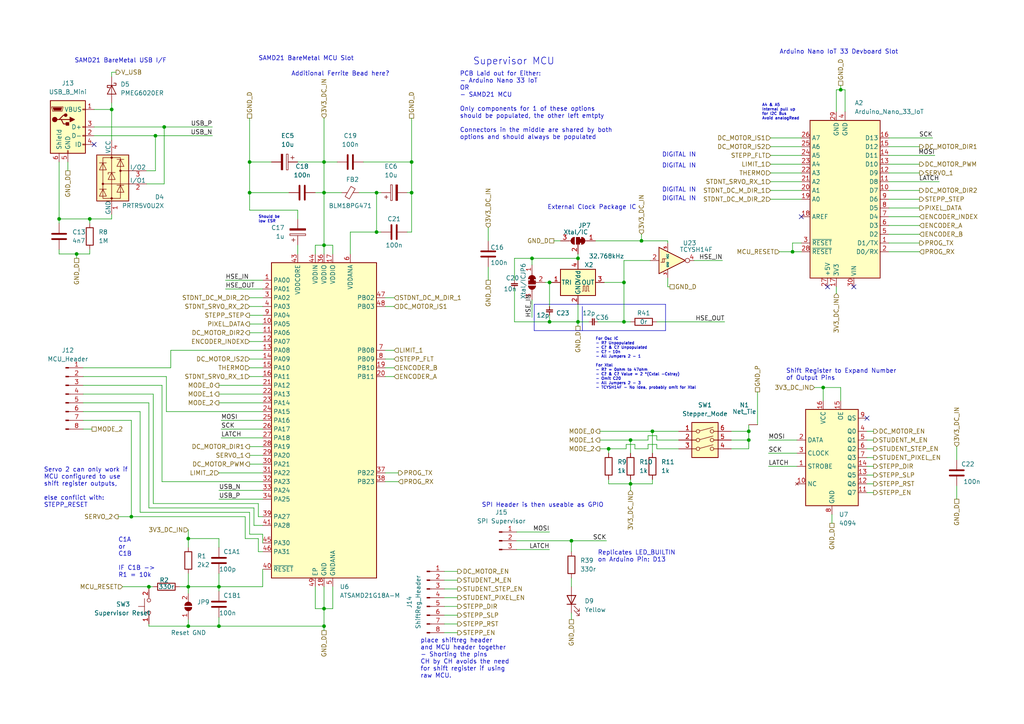
<source format=kicad_sch>
(kicad_sch (version 20230121) (generator eeschema)
  (paper "A4")
  (junction (at 72.39 46.99))
  (junction (at 54.61 156.21))
  (junction (at 63.5 181.61))
  (junction (at 26.035 63.5))
  (junction (at 54.61 170.18))
  (junction (at 159.385 81.915))
  (junction (at 119.38 46.99))
  (junction (at 93.98 55.88))
  (junction (at 93.98 46.99))
  (junction (at 63.5 170.18))
  (junction (at 154.305 74.93))
  (junction (at 165.735 156.845))
  (junction (at 38.1 149.86))
  (junction (at 45.085 39.37))
  (junction (at 119.38 55.88))
  (junction (at 176.53 130.175))
  (junction (at 93.98 181.61))
  (junction (at 217.17 125.095))
  (junction (at 238.76 112.395))
  (junction (at 72.39 55.88))
  (junction (at 186.055 69.85))
  (junction (at 109.22 67.31))
  (junction (at 43.18 170.18))
  (junction (at 243.84 26.035))
  (junction (at 167.64 74.93))
  (junction (at 182.88 140.335))
  (junction (at 229.87 73.025))
  (junction (at 54.61 181.61))
  (junction (at 182.88 127.635))
  (junction (at 167.64 93.345))
  (junction (at 189.23 125.095))
  (junction (at 93.98 71.12))
  (junction (at 22.225 73.66))
  (junction (at 180.975 81.915))
  (junction (at 159.385 93.345))
  (junction (at 32.385 31.75))
  (junction (at 180.975 93.345))
  (junction (at 217.17 127.635))
  (junction (at 109.22 55.88))
  (junction (at 93.98 176.53))
  (junction (at 17.145 63.5))
  (junction (at 47.625 36.83))
  (no_connect (at 247.65 83.185))
  (no_connect (at 240.03 83.185))
  (no_connect (at 232.41 62.865))
  (no_connect (at 27.305 41.91))
  (no_connect (at 251.46 121.285))
  (wire (pts (xy 93.98 181.61) (xy 93.98 182.88)))
  (wire (pts (xy 149.225 83.82) (xy 149.225 93.345)))
  (wire (pts (xy 245.11 32.385) (xy 245.11 26.035)))
  (wire (pts (xy 72.39 60.96) (xy 72.39 55.88)))
  (wire (pts (xy 45.085 49.53) (xy 45.085 39.37)))
  (wire (pts (xy 93.98 55.88) (xy 93.98 71.12)))
  (wire (pts (xy 128.905 175.895) (xy 132.715 175.895)))
  (wire (pts (xy 47.625 53.34) (xy 47.625 36.83)))
  (wire (pts (xy 245.11 26.035) (xy 243.84 26.035)))
  (wire (pts (xy 26.035 73.66) (xy 22.225 73.66)))
  (wire (pts (xy 154.305 74.93) (xy 167.64 74.93)))
  (wire (pts (xy 54.61 156.21) (xy 54.61 158.75)))
  (wire (pts (xy 64.135 121.92) (xy 76.2 121.92)))
  (wire (pts (xy 46.99 139.7) (xy 46.99 111.76)))
  (wire (pts (xy 54.61 166.37) (xy 54.61 170.18)))
  (wire (pts (xy 242.57 32.385) (xy 242.57 26.035)))
  (wire (pts (xy 176.53 130.175) (xy 181.61 130.175)))
  (wire (pts (xy 187.96 127.635) (xy 187.96 126.365)))
  (wire (pts (xy 223.52 45.085) (xy 232.41 45.085)))
  (wire (pts (xy 243.84 26.035) (xy 242.57 26.035)))
  (wire (pts (xy 93.98 46.99) (xy 93.98 55.88)))
  (wire (pts (xy 114.3 106.68) (xy 111.76 106.68)))
  (wire (pts (xy 54.61 153.67) (xy 54.61 156.21)))
  (wire (pts (xy 47.625 36.83) (xy 61.595 36.83)))
  (wire (pts (xy 180.975 81.915) (xy 180.975 93.345)))
  (wire (pts (xy 182.88 139.065) (xy 182.88 140.335)))
  (wire (pts (xy 63.5 137.16) (xy 76.2 137.16)))
  (wire (pts (xy 44.45 114.3) (xy 24.13 114.3)))
  (wire (pts (xy 93.98 55.88) (xy 99.06 55.88)))
  (wire (pts (xy 272.415 52.705) (xy 257.81 52.705)))
  (wire (pts (xy 257.81 45.085) (xy 271.145 45.085)))
  (wire (pts (xy 114.3 109.22) (xy 111.76 109.22)))
  (polyline (pts (xy 168.91 88.265) (xy 154.94 88.265)))
  (wire (pts (xy 189.23 140.335) (xy 182.88 140.335)))
  (wire (pts (xy 277.495 129.54) (xy 277.495 133.35)))
  (wire (pts (xy 76.2 119.38) (xy 48.26 119.38)))
  (wire (pts (xy 93.98 34.29) (xy 93.98 46.99)))
  (wire (pts (xy 43.18 116.84) (xy 24.13 116.84)))
  (wire (pts (xy 32.385 63.5) (xy 26.035 63.5)))
  (wire (pts (xy 180.975 75.565) (xy 180.975 81.915)))
  (wire (pts (xy 223.52 42.545) (xy 232.41 42.545)))
  (wire (pts (xy 24.13 106.68) (xy 49.53 106.68)))
  (wire (pts (xy 43.18 181.61) (xy 54.61 181.61)))
  (wire (pts (xy 63.5 142.24) (xy 76.2 142.24)))
  (polyline (pts (xy 193.04 95.885) (xy 193.04 88.265)))
  (wire (pts (xy 193.675 69.85) (xy 186.055 69.85)))
  (wire (pts (xy 226.06 73.025) (xy 229.87 73.025)))
  (wire (pts (xy 63.5 170.18) (xy 63.5 171.45)))
  (wire (pts (xy 223.52 52.705) (xy 232.41 52.705)))
  (wire (pts (xy 229.87 73.025) (xy 232.41 73.025)))
  (wire (pts (xy 172.72 69.85) (xy 186.055 69.85)))
  (wire (pts (xy 175.26 81.915) (xy 180.975 81.915)))
  (wire (pts (xy 91.44 55.88) (xy 93.98 55.88)))
  (wire (pts (xy 241.3 151.765) (xy 241.3 149.225)))
  (wire (pts (xy 43.18 170.18) (xy 44.45 170.18)))
  (wire (pts (xy 111.76 137.16) (xy 115.57 137.16)))
  (wire (pts (xy 149.225 74.93) (xy 149.225 81.28)))
  (wire (pts (xy 63.5 114.3) (xy 76.2 114.3)))
  (wire (pts (xy 119.38 46.99) (xy 105.41 46.99)))
  (wire (pts (xy 217.17 125.095) (xy 217.17 127.635)))
  (wire (pts (xy 43.18 180.975) (xy 43.18 181.61)))
  (wire (pts (xy 74.93 160.02) (xy 74.93 156.21)))
  (wire (pts (xy 72.39 109.22) (xy 76.2 109.22)))
  (wire (pts (xy 72.39 132.08) (xy 76.2 132.08)))
  (wire (pts (xy 149.86 156.845) (xy 165.735 156.845)))
  (wire (pts (xy 93.98 176.53) (xy 93.98 181.61)))
  (wire (pts (xy 76.2 170.18) (xy 76.2 165.1)))
  (wire (pts (xy 27.305 36.83) (xy 47.625 36.83)))
  (wire (pts (xy 72.39 91.44) (xy 76.2 91.44)))
  (wire (pts (xy 114.3 104.14) (xy 111.76 104.14)))
  (wire (pts (xy 167.64 93.345) (xy 167.64 94.615)))
  (wire (pts (xy 223.52 55.245) (xy 232.41 55.245)))
  (wire (pts (xy 190.5 126.365) (xy 190.5 127.635)))
  (wire (pts (xy 38.1 149.86) (xy 38.1 121.92)))
  (wire (pts (xy 187.96 128.905) (xy 190.5 128.905)))
  (wire (pts (xy 154.305 74.93) (xy 154.305 76.835)))
  (wire (pts (xy 251.46 137.795) (xy 253.365 137.795)))
  (wire (pts (xy 173.99 127.635) (xy 182.88 127.635)))
  (wire (pts (xy 141.605 66.04) (xy 141.605 69.85)))
  (wire (pts (xy 167.64 88.265) (xy 167.64 93.345)))
  (wire (pts (xy 162.56 69.85) (xy 160.655 69.85)))
  (wire (pts (xy 27.305 31.75) (xy 32.385 31.75)))
  (wire (pts (xy 132.715 168.275) (xy 128.905 168.275)))
  (wire (pts (xy 159.385 81.915) (xy 160.02 81.915)))
  (wire (pts (xy 26.67 124.46) (xy 24.13 124.46)))
  (wire (pts (xy 74.93 156.21) (xy 71.12 156.21)))
  (wire (pts (xy 149.225 74.93) (xy 154.305 74.93)))
  (wire (pts (xy 184.15 130.175) (xy 187.96 130.175)))
  (wire (pts (xy 229.87 73.025) (xy 229.87 70.485)))
  (wire (pts (xy 189.23 125.095) (xy 196.85 125.095)))
  (wire (pts (xy 182.88 140.335) (xy 182.88 142.24)))
  (wire (pts (xy 182.88 127.635) (xy 187.96 127.635)))
  (wire (pts (xy 44.45 146.05) (xy 44.45 114.3)))
  (wire (pts (xy 165.735 167.64) (xy 165.735 170.18)))
  (wire (pts (xy 266.7 55.245) (xy 257.81 55.245)))
  (wire (pts (xy 119.38 46.99) (xy 119.38 55.88)))
  (wire (pts (xy 217.17 123.19) (xy 217.17 125.095)))
  (wire (pts (xy 128.905 183.515) (xy 132.715 183.515)))
  (wire (pts (xy 266.7 42.545) (xy 257.81 42.545)))
  (wire (pts (xy 119.38 67.31) (xy 118.11 67.31)))
  (wire (pts (xy 189.23 139.065) (xy 189.23 140.335)))
  (wire (pts (xy 167.64 73.66) (xy 167.64 74.93)))
  (wire (pts (xy 76.2 152.4) (xy 73.66 152.4)))
  (wire (pts (xy 176.53 140.335) (xy 176.53 139.065)))
  (wire (pts (xy 72.39 86.36) (xy 76.2 86.36)))
  (polyline (pts (xy 154.94 88.265) (xy 154.94 95.885)))
  (wire (pts (xy 40.64 119.38) (xy 40.64 148.59)))
  (wire (pts (xy 109.22 67.31) (xy 110.49 67.31)))
  (wire (pts (xy 165.735 156.845) (xy 165.735 160.02)))
  (wire (pts (xy 257.81 70.485) (xy 266.7 70.485)))
  (wire (pts (xy 96.52 73.66) (xy 96.52 71.12)))
  (wire (pts (xy 64.135 127) (xy 76.2 127)))
  (wire (pts (xy 251.46 125.095) (xy 253.365 125.095)))
  (wire (pts (xy 17.145 46.99) (xy 17.145 63.5)))
  (wire (pts (xy 176.53 131.445) (xy 176.53 130.175)))
  (wire (pts (xy 223.52 47.625) (xy 232.41 47.625)))
  (wire (pts (xy 212.09 127.635) (xy 217.17 127.635)))
  (wire (pts (xy 223.52 57.785) (xy 232.41 57.785)))
  (wire (pts (xy 223.52 40.005) (xy 232.41 40.005)))
  (wire (pts (xy 193.675 80.645) (xy 193.675 83.185)))
  (wire (pts (xy 54.61 170.18) (xy 52.07 170.18)))
  (wire (pts (xy 72.39 46.99) (xy 72.39 34.29)))
  (wire (pts (xy 251.46 130.175) (xy 253.365 130.175)))
  (wire (pts (xy 167.64 74.93) (xy 167.64 75.565)))
  (wire (pts (xy 236.22 112.395) (xy 238.76 112.395)))
  (wire (pts (xy 243.84 26.035) (xy 243.84 24.765)))
  (wire (pts (xy 257.81 62.865) (xy 266.7 62.865)))
  (wire (pts (xy 251.46 140.335) (xy 253.365 140.335)))
  (wire (pts (xy 159.385 81.915) (xy 159.385 88.9)))
  (wire (pts (xy 128.905 180.975) (xy 132.715 180.975)))
  (wire (pts (xy 17.145 73.66) (xy 17.145 72.39)))
  (wire (pts (xy 71.12 149.86) (xy 71.12 156.21)))
  (polyline (pts (xy 154.94 95.885) (xy 168.91 95.885)))
  (wire (pts (xy 43.18 147.32) (xy 43.18 116.84)))
  (wire (pts (xy 242.57 83.185) (xy 242.57 85.09)))
  (wire (pts (xy 119.38 34.29) (xy 119.38 46.99)))
  (wire (pts (xy 72.39 55.88) (xy 72.39 46.99)))
  (polyline (pts (xy 168.91 88.9) (xy 168.91 95.885)))
  (wire (pts (xy 187.96 130.175) (xy 187.96 128.905)))
  (wire (pts (xy 86.36 60.96) (xy 72.39 60.96)))
  (wire (pts (xy 54.61 170.18) (xy 63.5 170.18)))
  (wire (pts (xy 93.98 170.18) (xy 93.98 176.53)))
  (polyline (pts (xy 168.91 95.885) (xy 193.04 95.885)))
  (wire (pts (xy 65.405 83.82) (xy 76.2 83.82)))
  (wire (pts (xy 182.88 127.635) (xy 182.88 131.445)))
  (wire (pts (xy 201.295 75.565) (xy 209.55 75.565)))
  (wire (pts (xy 54.61 179.705) (xy 54.61 181.61)))
  (wire (pts (xy 97.79 46.99) (xy 93.98 46.99)))
  (wire (pts (xy 38.1 149.86) (xy 71.12 149.86)))
  (wire (pts (xy 277.495 144.78) (xy 277.495 140.97)))
  (wire (pts (xy 217.17 130.175) (xy 212.09 130.175)))
  (wire (pts (xy 141.605 81.28) (xy 141.605 77.47)))
  (wire (pts (xy 158.115 81.915) (xy 159.385 81.915)))
  (wire (pts (xy 76.2 157.48) (xy 76.2 154.94)))
  (wire (pts (xy 72.39 88.9) (xy 76.2 88.9)))
  (wire (pts (xy 257.81 65.405) (xy 266.7 65.405)))
  (wire (pts (xy 222.885 127.635) (xy 231.14 127.635)))
  (wire (pts (xy 72.39 134.62) (xy 76.2 134.62)))
  (wire (pts (xy 72.39 93.98) (xy 76.2 93.98)))
  (wire (pts (xy 111.76 139.7) (xy 115.57 139.7)))
  (wire (pts (xy 181.61 130.175) (xy 181.61 128.905)))
  (wire (pts (xy 257.81 50.165) (xy 266.7 50.165)))
  (wire (pts (xy 65.405 81.28) (xy 76.2 81.28)))
  (wire (pts (xy 48.26 109.22) (xy 24.13 109.22)))
  (wire (pts (xy 149.225 93.345) (xy 159.385 93.345)))
  (wire (pts (xy 26.035 63.5) (xy 26.035 64.77)))
  (wire (pts (xy 72.39 129.54) (xy 76.2 129.54)))
  (wire (pts (xy 109.22 55.88) (xy 109.22 67.31)))
  (wire (pts (xy 76.2 154.94) (xy 72.39 154.94)))
  (wire (pts (xy 132.715 165.735) (xy 128.905 165.735)))
  (wire (pts (xy 212.09 125.095) (xy 217.17 125.095)))
  (wire (pts (xy 26.035 63.5) (xy 17.145 63.5)))
  (wire (pts (xy 72.39 46.99) (xy 78.74 46.99)))
  (wire (pts (xy 49.53 101.6) (xy 76.2 101.6)))
  (wire (pts (xy 72.39 104.14) (xy 76.2 104.14)))
  (wire (pts (xy 159.385 93.345) (xy 167.64 93.345)))
  (wire (pts (xy 72.39 99.06) (xy 76.2 99.06)))
  (wire (pts (xy 86.36 63.5) (xy 86.36 60.96)))
  (wire (pts (xy 32.385 20.955) (xy 33.655 20.955)))
  (wire (pts (xy 32.385 20.955) (xy 32.385 22.225)))
  (wire (pts (xy 72.39 55.88) (xy 83.82 55.88)))
  (wire (pts (xy 257.81 40.005) (xy 270.51 40.005)))
  (wire (pts (xy 132.715 170.815) (xy 128.905 170.815)))
  (wire (pts (xy 64.135 124.46) (xy 76.2 124.46)))
  (wire (pts (xy 251.46 127.635) (xy 253.365 127.635)))
  (wire (pts (xy 44.45 146.05) (xy 74.93 146.05)))
  (wire (pts (xy 251.46 132.715) (xy 253.365 132.715)))
  (wire (pts (xy 128.905 178.435) (xy 132.715 178.435)))
  (wire (pts (xy 35.56 170.18) (xy 43.18 170.18)))
  (wire (pts (xy 32.385 29.845) (xy 32.385 31.75)))
  (wire (pts (xy 49.53 106.68) (xy 49.53 101.6)))
  (wire (pts (xy 193.675 70.485) (xy 193.675 69.85)))
  (wire (pts (xy 257.81 60.325) (xy 266.7 60.325)))
  (wire (pts (xy 91.44 170.18) (xy 91.44 176.53)))
  (wire (pts (xy 101.6 67.31) (xy 109.22 67.31)))
  (wire (pts (xy 257.81 57.785) (xy 266.7 57.785)))
  (wire (pts (xy 190.5 130.175) (xy 196.85 130.175)))
  (wire (pts (xy 219.71 113.665) (xy 219.71 123.19)))
  (wire (pts (xy 184.15 128.905) (xy 184.15 130.175)))
  (wire (pts (xy 149.86 159.385) (xy 159.385 159.385)))
  (wire (pts (xy 238.76 112.395) (xy 238.76 116.205)))
  (wire (pts (xy 26.035 72.39) (xy 26.035 73.66)))
  (wire (pts (xy 222.885 131.445) (xy 231.14 131.445)))
  (wire (pts (xy 63.5 158.75) (xy 63.5 156.21)))
  (wire (pts (xy 165.735 177.8) (xy 165.735 179.705)))
  (wire (pts (xy 149.86 154.305) (xy 159.385 154.305)))
  (wire (pts (xy 91.44 71.12) (xy 93.98 71.12)))
  (wire (pts (xy 76.2 160.02) (xy 74.93 160.02)))
  (wire (pts (xy 257.81 47.625) (xy 266.7 47.625)))
  (wire (pts (xy 96.52 71.12) (xy 93.98 71.12)))
  (wire (pts (xy 22.225 74.93) (xy 22.225 73.66)))
  (wire (pts (xy 46.99 111.76) (xy 24.13 111.76)))
  (wire (pts (xy 119.38 55.88) (xy 119.38 67.31)))
  (wire (pts (xy 48.26 119.38) (xy 48.26 109.22)))
  (wire (pts (xy 223.52 50.165) (xy 232.41 50.165)))
  (wire (pts (xy 72.39 154.94) (xy 72.39 148.59)))
  (wire (pts (xy 63.5 170.18) (xy 76.2 170.18)))
  (wire (pts (xy 63.5 144.78) (xy 76.2 144.78)))
  (wire (pts (xy 24.13 121.92) (xy 38.1 121.92)))
  (wire (pts (xy 93.98 176.53) (xy 96.52 176.53)))
  (wire (pts (xy 173.99 125.095) (xy 189.23 125.095)))
  (wire (pts (xy 54.61 170.18) (xy 54.61 172.085)))
  (wire (pts (xy 190.5 93.345) (xy 210.185 93.345)))
  (wire (pts (xy 101.6 67.31) (xy 101.6 73.66)))
  (wire (pts (xy 63.5 166.37) (xy 63.5 170.18)))
  (wire (pts (xy 182.88 140.335) (xy 176.53 140.335)))
  (wire (pts (xy 32.385 62.23) (xy 32.385 63.5)))
  (wire (pts (xy 114.3 86.36) (xy 111.76 86.36)))
  (polyline (pts (xy 168.91 88.265) (xy 193.04 88.265)))
  (wire (pts (xy 27.305 39.37) (xy 45.085 39.37)))
  (wire (pts (xy 109.22 55.88) (xy 110.49 55.88)))
  (wire (pts (xy 45.085 39.37) (xy 61.595 39.37)))
  (wire (pts (xy 91.44 73.66) (xy 91.44 71.12)))
  (wire (pts (xy 190.5 127.635) (xy 196.85 127.635)))
  (wire (pts (xy 181.61 128.905) (xy 184.15 128.905)))
  (wire (pts (xy 114.3 101.6) (xy 111.76 101.6)))
  (wire (pts (xy 42.545 53.34) (xy 47.625 53.34)))
  (wire (pts (xy 54.61 181.61) (xy 63.5 181.61)))
  (wire (pts (xy 189.23 125.095) (xy 189.23 131.445)))
  (wire (pts (xy 46.99 139.7) (xy 76.2 139.7)))
  (wire (pts (xy 24.13 119.38) (xy 40.64 119.38)))
  (wire (pts (xy 243.84 112.395) (xy 243.84 116.205)))
  (wire (pts (xy 173.99 130.175) (xy 176.53 130.175)))
  (wire (pts (xy 43.18 170.18) (xy 43.18 170.815)))
  (wire (pts (xy 72.39 96.52) (xy 76.2 96.52)))
  (wire (pts (xy 167.64 93.345) (xy 170.815 93.345)))
  (wire (pts (xy 128.905 173.355) (xy 132.715 173.355)))
  (wire (pts (xy 54.61 156.21) (xy 63.5 156.21)))
  (wire (pts (xy 159.385 91.44) (xy 159.385 93.345)))
  (wire (pts (xy 32.385 31.75) (xy 32.385 40.64)))
  (wire (pts (xy 251.46 142.875) (xy 253.365 142.875)))
  (wire (pts (xy 180.975 75.565) (xy 188.595 75.565)))
  (wire (pts (xy 72.39 106.68) (xy 76.2 106.68)))
  (wire (pts (xy 91.44 176.53) (xy 93.98 176.53)))
  (wire (pts (xy 34.29 149.86) (xy 38.1 149.86)))
  (wire (pts (xy 154.305 92.075) (xy 154.305 86.995)))
  (wire (pts (xy 86.36 46.99) (xy 93.98 46.99)))
  (wire (pts (xy 22.225 73.66) (xy 17.145 73.66)))
  (wire (pts (xy 43.18 147.32) (xy 73.66 147.32)))
  (wire (pts (xy 63.5 116.84) (xy 76.2 116.84)))
  (wire (pts (xy 193.675 83.185) (xy 194.31 83.185)))
  (wire (pts (xy 180.975 93.345) (xy 182.88 93.345)))
  (wire (pts (xy 119.38 55.88) (xy 118.11 55.88)))
  (wire (pts (xy 190.5 128.905) (xy 190.5 130.175)))
  (wire (pts (xy 63.5 111.76) (xy 76.2 111.76)))
  (wire (pts (xy 17.145 63.5) (xy 17.145 64.77)))
  (wire (pts (xy 165.735 156.845) (xy 175.895 156.845)))
  (wire (pts (xy 186.055 69.85) (xy 186.055 67.945)))
  (wire (pts (xy 86.36 71.12) (xy 86.36 73.66)))
  (wire (pts (xy 73.66 152.4) (xy 73.66 147.32)))
  (wire (pts (xy 257.81 73.025) (xy 266.7 73.025)))
  (wire (pts (xy 40.64 148.59) (xy 72.39 148.59)))
  (wire (pts (xy 96.52 170.18) (xy 96.52 176.53)))
  (wire (pts (xy 222.885 135.255) (xy 231.14 135.255)))
  (wire (pts (xy 114.3 88.9) (xy 111.76 88.9)))
  (wire (pts (xy 187.96 126.365) (xy 190.5 126.365)))
  (wire (pts (xy 19.685 49.53) (xy 19.685 46.99)))
  (wire (pts (xy 217.17 127.635) (xy 217.17 130.175)))
  (wire (pts (xy 74.93 146.05) (xy 74.93 149.86)))
  (wire (pts (xy 251.46 135.255) (xy 253.365 135.255)))
  (wire (pts (xy 173.355 93.345) (xy 180.975 93.345)))
  (wire (pts (xy 238.76 112.395) (xy 243.84 112.395)))
  (wire (pts (xy 104.14 55.88) (xy 109.22 55.88)))
  (wire (pts (xy 229.87 70.485) (xy 232.41 70.485)))
  (wire (pts (xy 42.545 49.53) (xy 45.085 49.53)))
  (wire (pts (xy 257.81 67.945) (xy 266.7 67.945)))
  (wire (pts (xy 93.98 71.12) (xy 93.98 73.66)))
  (wire (pts (xy 76.2 149.86) (xy 74.93 149.86)))
  (wire (pts (xy 63.5 181.61) (xy 93.98 181.61)))
  (wire (pts (xy 63.5 179.07) (xy 63.5 181.61)))
  (text "PCB Laid out for Either:\n- Arduino Nano 33 IoT\nOR\n- SAMD21 MCU\n\nOnly components for 1 of these options\nshould be populated, the other left emtpty\n\nConnectors in the middle are shared by both \noptions and should always be populated" (at 133.35 40.64 0) (effects (font (size 1.27 1.27)) (justify left bottom)))
  (text "DIGITAL IN" (at 201.93 58.42 0) (effects (font (size 1.27 1.27)) (justify right bottom)))
  (text "External Clock Package IC" (at 158.75 60.96 0) (effects (font (size 1.27 1.27)) (justify left bottom)))
  (text "Should be\nlow ESR" (at 74.93 64.77 0) (effects (font (size 0.8 0.8)) (justify left bottom)))
  (text "DIGITAL IN" (at 201.93 55.88 0) (effects (font (size 1.27 1.27)) (justify right bottom)))
  (text "SAMD21 BareMetal USB I/F" (at 21.59 18.415 0) (effects (font (size 1.27 1.27)) (justify left bottom)))
  (text "DIGITAL IN" (at 201.93 48.895 0) (effects (font (size 1.27 1.27)) (justify right bottom)))
  (text "Replicates LED_BUILTIN\non Arduino Pin: D13" (at 173.355 163.195 0) (effects (font (size 1.27 1.27)) (justify left bottom)))
  (text "Arduino Nano IoT 33 Devboard Slot" (at 226.06 15.875 0) (effects (font (size 1.27 1.27)) (justify left bottom)))
  (text "Servo 2 can only work if\nMCU configured to use\nshift register outputs,\n\nelse conflict with:\nSTEPP_RESET" (at 12.7 147.32 0) (effects (font (size 1.27 1.27)) (justify left bottom)))
  (text "Supervisor MCU" (at 137.16 19.05 0) (effects (font (size 2 2)) (justify left bottom)))
  (text "Shift Register to Expand Number\nof Output Pins" (at 227.965 110.49 0) (effects (font (size 1.27 1.27)) (justify left bottom)))
  (text "SPI Header is then useable as GPIO" (at 139.7 147.32 0) (effects (font (size 1.27 1.27)) (justify left bottom)))
  (text "C1A\nor\nC1B\n\nIF C1B -> \nR1 = 10k" (at 34.29 167.64 0) (effects (font (size 1.27 1.27)) (justify left bottom)))
  (text "For Osc IC\n- R? Unpopulated\n- C? & C? Unpopulated\n- C? ~ 10n\n- All Jumpers 2 - 1\n\nFor Xtal\n- R? = 0ohm to 47ohm \n- C? & C? Value = 2 *(Cxtal -Cstray)\n- Omit C20\n- All Jumpers 2 - 3\n- TCYSH14F - No Idea, probably omit for Xtal" (at 172.72 113.03 0) (effects (font (size 0.8 0.8)) (justify left bottom)))
  (text "SAMD21 BareMetal MCU Slot" (at 74.93 17.78 0) (effects (font (size 1.27 1.27)) (justify left bottom)))
  (text "DIGITAL IN" (at 201.93 45.72 0) (effects (font (size 1.27 1.27)) (justify right bottom)))
  (text "place shiftreg header\nand MCU header together \n- Shorting the pins\nCH by CH avoids the need\nfor shift register if using\nraw MCU." (at 121.92 196.85 0) (effects (font (size 1.27 1.27)) (justify left bottom)))
  (text "A4 & A5\nInternal pull up\nfor I2C Bus\nAvoid analogRead" (at 220.98 34.925 0) (effects (font (size 0.8 0.8)) (justify left bottom)))
  (text "Additional Ferrite Bead here?" (at 84.455 22.225 0) (effects (font (size 1.27 1.27)) (justify left bottom)))
  (label "LATCH" (at 272.415 52.705 180))
  (label "MOSI" (at 159.385 154.305 180))
  (label "SCK" (at 64.135 124.46 0))
  (label "USB_N" (at 61.595 39.37 180))
  (label "LATCH" (at 222.885 135.255 0))
  (label "SCK" (at 175.895 156.845 180))
  (label "USB_P" (at 61.595 36.83 180))
  (label "SCK" (at 222.885 131.445 0))
  (label "LATCH" (at 159.385 159.385 180))
  (label "HSE_OUT" (at 210.185 93.345 180))
  (label "USB_P" (at 63.5 144.78 0))
  (label "HSE_OUT" (at 65.405 83.82 0))
  (label "LATCH" (at 64.135 127 0))
  (label "HSE_IN" (at 209.55 75.565 180))
  (label "MOSI" (at 271.145 45.085 180))
  (label "HSE_IN" (at 65.405 81.28 0))
  (label "MOSI" (at 64.135 121.92 0))
  (label "MOSI" (at 222.885 127.635 0))
  (label "USB_N" (at 63.5 142.24 0))
  (label "SCK" (at 270.51 40.005 180))
  (label "HSE_IN" (at 154.305 92.075 90))
  (hierarchical_label "ENCODER_INDEX" (shape input) (at 266.7 62.865 0))
  (hierarchical_label "DC_MOTOR_DIR1" (shape output) (at 72.39 129.54 180))
  (hierarchical_label "STEPP_SLP" (shape output) (at 132.715 178.435 0))
  (hierarchical_label "STDNT_SRVO_RX_1" (shape input) (at 223.52 52.705 180))
  (hierarchical_label "3V3_DC_IN" (shape input) (at 54.61 153.67 180))
  (hierarchical_label "LIMIT_1" (shape input) (at 223.52 47.625 180))
  (hierarchical_label "THERMO" (shape input) (at 72.39 106.68 180))
  (hierarchical_label "STEPP_EN" (shape output) (at 132.715 183.515 0))
  (hierarchical_label "GND_D" (shape passive) (at 241.3 151.765 270))
  (hierarchical_label "STEPP_DIR" (shape output) (at 132.715 175.895 0))
  (hierarchical_label "DC_MOTOR_IS2" (shape input) (at 223.52 42.545 180))
  (hierarchical_label "STUDENT_PIXEL_EN" (shape output) (at 132.715 173.355 0))
  (hierarchical_label "GND_D" (shape passive) (at 277.495 144.78 270))
  (hierarchical_label "SERVO_1" (shape output) (at 72.39 132.08 180))
  (hierarchical_label "ENCODER_INDEX" (shape input) (at 72.39 99.06 180))
  (hierarchical_label "DC_MOTOR_DIR2" (shape output) (at 72.39 96.52 180))
  (hierarchical_label "ENCODER_B" (shape input) (at 266.7 67.945 0))
  (hierarchical_label "3V3_DC_IN" (shape input) (at 93.98 34.29 90))
  (hierarchical_label "DC_MOTOR_DIR2" (shape output) (at 266.7 55.245 0))
  (hierarchical_label "STDNT_DC_M_DIR_2" (shape input) (at 223.52 57.785 180))
  (hierarchical_label "GND_D" (shape passive) (at 165.735 179.705 270))
  (hierarchical_label "STEPP_STEP" (shape output) (at 72.39 91.44 180))
  (hierarchical_label "MODE_1" (shape output) (at 63.5 114.3 180))
  (hierarchical_label "GND_D" (shape passive) (at 93.98 182.88 270))
  (hierarchical_label "3V3_DC_IN" (shape input) (at 277.495 129.54 90))
  (hierarchical_label "PROG_RX" (shape input) (at 266.7 73.025 0))
  (hierarchical_label "DC_MOTOR_PWM" (shape output) (at 266.7 47.625 0))
  (hierarchical_label "GND_D" (shape passive) (at 167.64 94.615 270))
  (hierarchical_label "3V3_DC_IN" (shape input) (at 236.22 112.395 180))
  (hierarchical_label "PIXEL_DATA" (shape output) (at 72.39 93.98 180))
  (hierarchical_label "STEPP_DIR" (shape output) (at 253.365 135.255 0))
  (hierarchical_label "STEPP_RST" (shape output) (at 132.715 180.975 0))
  (hierarchical_label "MODE_2" (shape output) (at 63.5 116.84 180))
  (hierarchical_label "SERVO_2" (shape output) (at 34.29 149.86 180))
  (hierarchical_label "ENCODER_A" (shape input) (at 266.7 65.405 0))
  (hierarchical_label "STUDENT_STEP_EN" (shape output) (at 253.365 130.175 0))
  (hierarchical_label "STDNT_DC_M_DIR_2" (shape input) (at 72.39 86.36 180))
  (hierarchical_label "GND_D" (shape passive) (at 194.31 83.185 0))
  (hierarchical_label "STUDENT_STEP_EN" (shape output) (at 132.715 170.815 0))
  (hierarchical_label "MODE_1" (shape output) (at 173.99 127.635 180))
  (hierarchical_label "GND_D" (shape passive) (at 243.84 24.765 90))
  (hierarchical_label "LIMIT_2" (shape input) (at 63.5 137.16 180))
  (hierarchical_label "LIMIT_1" (shape input) (at 114.3 101.6 0))
  (hierarchical_label "STEPP_RST" (shape output) (at 253.365 140.335 0))
  (hierarchical_label "STEPP_STEP" (shape output) (at 266.7 57.785 0))
  (hierarchical_label "3V3_DC_IN" (shape input) (at 186.055 67.945 90))
  (hierarchical_label "DC_MOTOR_IS1" (shape input) (at 223.52 40.005 180))
  (hierarchical_label "STUDENT_M_EN" (shape output) (at 132.715 168.275 0))
  (hierarchical_label "SERVO_1" (shape output) (at 266.7 50.165 0))
  (hierarchical_label "DC_MOTOR_IS2" (shape input) (at 72.39 104.14 180))
  (hierarchical_label "MCU_RESET" (shape input) (at 226.06 73.025 180))
  (hierarchical_label "STUDENT_PIXEL_EN" (shape output) (at 253.365 132.715 0))
  (hierarchical_label "PROG_RX" (shape input) (at 115.57 139.7 0))
  (hierarchical_label "DC_MOTOR_EN" (shape output) (at 132.715 165.735 0))
  (hierarchical_label "GND_P" (shape passive) (at 219.71 113.665 90))
  (hierarchical_label "PIXEL_DATA" (shape output) (at 266.7 60.325 0))
  (hierarchical_label "GND_D" (shape passive) (at 160.655 69.85 180))
  (hierarchical_label "DC_MOTOR_PWM" (shape output) (at 72.39 134.62 180))
  (hierarchical_label "STDNT_SRVO_RX_2" (shape input) (at 72.39 88.9 180))
  (hierarchical_label "DC_MOTOR_IS1" (shape input) (at 114.3 88.9 0))
  (hierarchical_label "STDNT_SRVO_RX_1" (shape input) (at 72.39 109.22 180))
  (hierarchical_label "STDNT_DC_M_DIR_1" (shape input) (at 223.52 55.245 180))
  (hierarchical_label "PROG_TX" (shape output) (at 115.57 137.16 0))
  (hierarchical_label "DC_MOTOR_EN" (shape output) (at 253.365 125.095 0))
  (hierarchical_label "STDNT_DC_M_DIR_1" (shape input) (at 114.3 86.36 0))
  (hierarchical_label "3V3_DC_IN" (shape input) (at 141.605 66.04 90))
  (hierarchical_label "DC_MOTOR_DIR1" (shape output) (at 266.7 42.545 0))
  (hierarchical_label "GND_D" (shape passive) (at 72.39 34.29 90))
  (hierarchical_label "GND_D" (shape passive) (at 22.225 74.93 270))
  (hierarchical_label "MODE_2" (shape output) (at 173.99 130.175 180))
  (hierarchical_label "ENCODER_B" (shape input) (at 114.3 106.68 0))
  (hierarchical_label "MCU_RESET" (shape input) (at 35.56 170.18 180))
  (hierarchical_label "STEPP_EN" (shape output) (at 253.365 142.875 0))
  (hierarchical_label "PROG_TX" (shape output) (at 266.7 70.485 0))
  (hierarchical_label "STUDENT_M_EN" (shape output) (at 253.365 127.635 0))
  (hierarchical_label "MODE_0" (shape output) (at 173.99 125.095 180))
  (hierarchical_label "GND_D" (shape passive) (at 19.685 49.53 270))
  (hierarchical_label "V_USB" (shape output) (at 33.655 20.955 0))
  (hierarchical_label "MODE_0" (shape output) (at 63.5 111.76 180))
  (hierarchical_label "3V3_DC_IN" (shape input) (at 182.88 142.24 270))
  (hierarchical_label "STEPP_FLT" (shape input) (at 223.52 45.085 180))
  (hierarchical_label "STEPP_SLP" (shape output) (at 253.365 137.795 0))
  (hierarchical_label "ENCODER_A" (shape input) (at 114.3 109.22 0))
  (hierarchical_label "THERMO" (shape input) (at 223.52 50.165 180))
  (hierarchical_label "STEPP_FLT" (shape input) (at 114.3 104.14 0))
  (hierarchical_label "GND_D" (shape passive) (at 119.38 34.29 90))
  (hierarchical_label "GND_D" (shape passive) (at 141.605 81.28 270))
  (hierarchical_label "MODE_2" (shape passive) (at 26.67 124.46 0))
  (hierarchical_label "3V3_DC_IN" (shape input) (at 242.57 85.09 270))
  (symbol (lib_id "000_Switches_Immo:pushbutton_tactile_2pin_SMD") (at 45.72 175.895 90) (unit 1)
    (property "Reference" "SW3" (at 33.655 175.26 90) (effects (justify right)))
    (property "Value" "Supervisor Reset" (at 27.305 177.8 90) (effects (justify right)))
    (property "Footprint" "Button_Switch_SMD:SW_Push_1P1T_NO_CK_KSC6xxJ" (effects hide))
  )
  (symbol (lib_id "000_Resistors_Immo:Resistor_0805") (at 54.61 162.56 90) (unit 1)
    (property "Reference" "R1" (at 57.15 161.2899 90) (effects (justify right)))
    (property "Value" "2k2" (at 57.15 163.8299 90) (effects (justify right)))
    (property "Footprint" "Resistor_SMD:R_0805_2012Metric_Pad1.20x1.40mm_HandSolder" (effects hide))
  )
  (symbol (lib_id "000_Capacitor_Film_Immo:cap_film_0805") (at 101.6 46.99 270) (mirror x) (unit 1)
    (property "Reference" "C19" (at 101.6 39.37 90))
    (property "Value" "100n" (at 101.6 41.91 90))
    (property "Footprint" "Capacitor_SMD:C_0805_2012Metric_Pad1.18x1.45mm_HandSolder" (effects hide))
  )
  (symbol (lib_id "Connector:USB_B_Mini") (at 19.685 36.83 0) (unit 1)
    (property "Reference" "J13" (at 19.685 24.13 0))
    (property "Value" "USB_B_Mini" (at 19.685 26.67 0))
    (property "Footprint" "Connector_USB:USB_Mini-B_Lumberg_2486_01_Horizontal" (effects hide))
  )
  (symbol (lib_id "000_Capacitor_Film_Immo:cap_film_0805") (at 141.605 73.66 0) (unit 1)
    (property "Reference" "C16" (at 142.24 71.755 0) (effects (justify left)))
    (property "Value" "100n" (at 142.24 76.2 0) (effects (justify left)))
    (property "Footprint" "Capacitor_SMD:C_0805_2012Metric_Pad1.18x1.45mm_HandSolder" (effects hide))
  )
  (symbol (lib_id "000_Resistors_Immo:Resistor_0805") (at 189.23 135.255 90) (unit 1)
    (property "Reference" "R11" (at 191.77 133.9849 90) (effects (justify right)))
    (property "Value" "1k" (at 191.77 136.5249 90) (effects (justify right)))
    (property "Footprint" "Resistor_SMD:R_0805_2012Metric_Pad1.20x1.40mm_HandSolder" (effects hide))
  )
  (symbol (lib_id "000_Capacitor_Film_Immo:cap_film_0805") (at 63.5 162.56 0) (unit 1)
    (property "Reference" "C1A1" (at 64.77 160.02 0) (effects (justify left)))
    (property "Value" "100p" (at 63.5 165.1 0) (effects (justify left)))
    (property "Footprint" "Capacitor_SMD:C_0805_2012Metric_Pad1.18x1.45mm_HandSolder" (effects hide))
  )
  (symbol (lib_id "74xGxx:SN74LVC1G14DBV") (at 193.675 75.565 0) (unit 1)
    (property "Reference" "U23" (at 200.025 70.485 0))
    (property "Value" "TCYSH14F" (at 201.93 72.39 0))
    (property "Footprint" "Package_TO_SOT_SMD:SOT-23-5_HandSoldering" (effects hide))
    (property "Datasheet" "http://www.ti.com/lit/ds/symlink/sn74lvc1g14.pdf" (effects hide))
  )
  (symbol (lib_id "000_Resistors_Immo:Resistor_0805") (at 165.735 163.83 90) (unit 1)
    (property "Reference" "R39" (at 168.275 162.5599 90) (effects (justify right)))
    (property "Value" "330r" (at 168.275 165.0999 90) (effects (justify right)))
    (property "Footprint" "Resistor_SMD:R_0805_2012Metric_Pad1.20x1.40mm_HandSolder" (effects hide))
  )
  (symbol (lib_id "Jumper:SolderJumper_2_Open") (at 54.61 175.895 90) (unit 1)
    (property "Reference" "JP9" (at 57.15 174.6249 90) (effects (justify right)))
    (property "Value" "Reset GND" (at 49.53 183.515 90) (effects (justify right)))
    (property "Footprint" "000_Connectors_Immo:SolderJumper-2_P1.3mm_Open_Pad1.0x1.5mm" (effects hide))
  )
  (symbol (lib_id "Device:FerriteBead_Small") (at 101.6 55.88 90) (unit 1)
    (property "Reference" "FB2" (at 102.235 52.07 90))
    (property "Value" "BLM18PG471" (at 101.6 59.69 90))
    (property "Footprint" "Inductor_SMD:L_0805_2012Metric_Pad1.05x1.20mm_HandSolder" (effects hide))
  )
  (symbol (lib_id "MCU_Module:Arduino_Nano_33_IoT") (at 245.11 57.785 180) (unit 1)
    (property "Reference" "A2" (at 247.8787 29.845 0) (effects (justify right)))
    (property "Value" "Arduino_Nano_33_IoT" (at 247.8787 32.385 0) (effects (justify right)))
    (property "Footprint" "Module:Arduino_Nano" (effects hide))
    (property "Datasheet" "https://www.arduino.cc/en/uploads/Main/ArduinoNanoManual23.pdf" (effects hide))
  )
  (symbol (lib_id "MCU_Microchip_SAMD:ATSAMD21G18A-M") (at 93.98 121.92 0) (unit 1)
    (property "Reference" "U6" (at 98.5394 170.18 0) (effects (justify left)))
    (property "Value" "ATSAMD21G18A-M" (at 98.5394 172.72 0) (effects (justify left)))
    (property "Footprint" "Package_DFN_QFN:QFN-48-1EP_7x7mm_P0.5mm_EP5.15x5.15mm" (effects hide))
    (property "Datasheet" "http://ww1.microchip.com/downloads/en/DeviceDoc/SAM_D21_DA1_Family_Data%20Sheet_DS40001882E.pdf" (effects hide))
  )
  (symbol (lib_id "000_Capacitor_Film_Immo:cap_film_0805_mini") (at 159.385 90.17 0) (unit 1)
    (property "Reference" "C23" (at 161.29 90.805 0) (effects (justify left)))
    (property "Value" "12p" (at 155.575 91.44 0) (effects (justify left)))
    (property "Footprint" "Capacitor_SMD:C_0805_2012Metric_Pad1.18x1.45mm_HandSolder" (effects hide))
  )
  (symbol (lib_id "000_Resistors_Immo:Resistor_0805") (at 182.88 135.255 90) (unit 1)
    (property "Reference" "R10" (at 185.42 133.9849 90) (effects (justify right)))
    (property "Value" "1k" (at 185.42 136.5249 90) (effects (justify right)))
    (property "Footprint" "Resistor_SMD:R_0805_2012Metric_Pad1.20x1.40mm_HandSolder" (effects hide))
  )
  (symbol (lib_id "000_Capacitor_Film_Immo:cap_film_0805") (at 87.63 55.88 270) (mirror x) (unit 1)
    (property "Reference" "C18" (at 87.63 48.26 90))
    (property "Value" "100n" (at 87.63 50.8 90))
    (property "Footprint" "Capacitor_SMD:C_0805_2012Metric_Pad1.18x1.45mm_HandSolder" (effects hide))
  )
  (symbol (lib_id "Device:LED") (at 165.735 173.99 90) (unit 1)
    (property "Reference" "D9" (at 169.545 174.3074 90) (effects (justify right)))
    (property "Value" "Yellow" (at 169.545 176.8474 90) (effects (justify right)))
    (property "Footprint" "Diode_SMD:D_0805_2012Metric_Pad1.15x1.40mm_HandSolder" (effects hide))
  )
  (symbol (lib_id "000_Capacitor_Film_Immo:tantalum") (at 86.36 67.31 0) (mirror x) (unit 1)
    (property "Reference" "C17" (at 82.55 66.0399 0) (effects (justify right)))
    (property "Value" "1u" (at 82.55 68.5799 0) (effects (justify right)))
    (property "Footprint" "Capacitor_Tantalum_SMD:CP_EIA-2012-12_Kemet-R_Pad1.30x1.05mm_HandSolder" (effects hide))
  )
  (symbol (lib_id "000_Resistors_Immo:Resistor_0805") (at 186.69 93.345 0) (unit 1)
    (property "Reference" "R41" (at 186.69 90.805 0))
    (property "Value" "0r" (at 186.69 93.345 0))
    (property "Footprint" "Resistor_SMD:R_0805_2012Metric_Pad1.20x1.40mm_HandSolder" (effects hide))
  )
  (symbol (lib_id "Power_Protection:PRTR5V0U2X_smaller") (at 32.385 52.07 0) (unit 1)
    (property "Reference" "D4" (at 47.625 57.15 0) (effects (justify right)))
    (property "Value" "PRTR5V0U2X" (at 47.625 59.69 0) (effects (justify right)))
    (property "Footprint" "Package_TO_SOT_SMD:SOT-143" (effects hide))
    (property "Datasheet" "https://assets.nexperia.com/documents/data-sheet/PRTR5V0U2X.pdf" (effects hide))
  )
  (symbol (lib_id "Connector:Conn_01x03_Male") (at 144.78 156.845 0) (unit 1)
    (property "Reference" "J15" (at 145.415 148.59 0))
    (property "Value" "SPI Supervisor" (at 145.415 151.13 0))
    (property "Footprint" "Connector_PinHeader_2.54mm:PinHeader_1x03_P2.54mm_Vertical" (effects hide))
  )
  (symbol (lib_id "000_Capacitor_Electrolytic_Immo:22u") (at 82.55 46.99 270) (unit 1)
    (property "Reference" "EC5" (at 83.439 39.37 90))
    (property "Value" "10u" (at 83.439 41.91 90))
    (property "Footprint" "Capacitor_SMD:CP_Elec_4x5.4" (effects hide))
  )
  (symbol (lib_id "Connector:Conn_01x08_Male") (at 19.05 114.3 0) (unit 1)
    (property "Reference" "J12" (at 19.685 101.6 0))
    (property "Value" "MCU_Header" (at 19.685 104.14 0))
    (property "Footprint" "Connector_PinHeader_2.54mm:PinHeader_1x08_P2.54mm_Vertical" (effects hide))
  )
  (symbol (lib_id "000_Resistors_Immo:Resistor_0805") (at 176.53 135.255 90) (unit 1)
    (property "Reference" "R9" (at 179.07 133.9849 90) (effects (justify right)))
    (property "Value" "1k" (at 179.07 136.5249 90) (effects (justify right)))
    (property "Footprint" "Resistor_SMD:R_0805_2012Metric_Pad1.20x1.40mm_HandSolder" (effects hide))
  )
  (symbol (lib_id "Switch:SW_DIP_x03") (at 204.47 130.175 0) (unit 1)
    (property "Reference" "SW1" (at 204.47 117.475 0))
    (property "Value" "Stepper_Mode" (at 204.47 120.015 0))
    (property "Footprint" "Button_Switch_SMD:SW_DIP_SPSTx03_Slide_6.7x9.18mm_W6.73mm_P2.54mm_LowProfile_JPin" (effects hide))
  )
  (symbol (lib_id "000_Resistors_Immo:Resistor_0805") (at 26.035 68.58 90) (unit 1)
    (property "Reference" "R8" (at 28.575 67.3099 90) (effects (justify right)))
    (property "Value" "1M" (at 28.575 69.8499 90) (effects (justify right)))
    (property "Footprint" "Resistor_SMD:R_0805_2012Metric_Pad1.20x1.40mm_HandSolder" (effects hide))
  )
  (symbol (lib_id "Connector:Conn_01x08_Male") (at 123.825 173.355 0) (unit 1)
    (property "Reference" "J14" (at 118.745 174.625 90))
    (property "Value" "ShiftReg_Header" (at 121.285 174.625 90))
    (property "Footprint" "Connector_PinHeader_2.54mm:PinHeader_1x08_P2.54mm_Vertical" (effects hide))
  )
  (symbol (lib_id "000_Resistors_Immo:Resistor_0805") (at 48.26 170.18 180) (unit 1)
    (property "Reference" "R2" (at 47.625 168.275 0))
    (property "Value" "330r" (at 48.26 170.18 0))
    (property "Footprint" "Resistor_SMD:R_0805_2012Metric_Pad1.20x1.40mm_HandSolder" (effects hide))
  )
  (symbol (lib_id "000_Utility_Immo:Net_Tie") (at 218.44 123.19 0) (unit 1) (in_bom no)
    (property "Reference" "N1" (at 215.9 117.475 0))
    (property "Value" "Net_Tie" (at 215.9 119.38 0))
    (property "Footprint" "NetTie:NetTie-2_SMD_Pad0.5mm" (effects hide))
  )
  (symbol (lib_id "000_Logic_IC_Immo:4094") (at 241.3 131.445 0) (unit 1)
    (property "Reference" "U7" (at 243.3194 149.225 0) (effects (justify left)))
    (property "Value" "4094" (at 243.3194 151.765 0) (effects (justify left)))
    (property "Footprint" "Package_SO:SOIC-16_3.9x9.9mm_P1.27mm" (effects hide))
    (property "Datasheet" "https://www.ti.com/lit/ds/symlink/cd74hc4094.pdf" (effects hide))
  )
  (symbol (lib_id "000_Capacitor_Film_Immo:cap_film_0805") (at 277.495 137.16 0) (unit 1)
    (property "Reference" "C22" (at 278.765 134.62 0) (effects (justify left)))
    (property "Value" "100n" (at 279.4 139.7 0) (effects (justify left)))
    (property "Footprint" "Capacitor_SMD:C_0805_2012Metric_Pad1.18x1.45mm_HandSolder" (effects hide))
  )
  (symbol (lib_id "000_Capacitor_Film_Immo:cap_film_0805_mini") (at 172.085 93.345 270) (unit 1)
    (property "Reference" "C36" (at 172.72 92.075 90) (effects (justify left)))
    (property "Value" "12p" (at 168.91 90.805 90) (effects (justify left)))
    (property "Footprint" "Capacitor_SMD:C_0805_2012Metric_Pad1.18x1.45mm_HandSolder" (effects hide))
  )
  (symbol (lib_id "000_Capacitor_Film_Immo:cap_film_0805") (at 17.145 68.58 0) (unit 1)
    (property "Reference" "C13" (at 20.955 67.3099 0) (effects (justify left)))
    (property "Value" "4n7" (at 20.955 69.8499 0) (effects (justify left)))
    (property "Footprint" "Capacitor_SMD:C_0805_2012Metric_Pad1.18x1.45mm_HandSolder" (effects hide))
  )
  (symbol (lib_id "000_Capacitor_Film_Immo:cap_film_0805") (at 63.5 175.26 0) (unit 1)
    (property "Reference" "C1B1" (at 64.77 172.72 0) (effects (justify left)))
    (property "Value" "100n" (at 63.5 177.8 0) (effects (justify left)))
    (property "Footprint" "Capacitor_SMD:C_0805_2012Metric_Pad1.18x1.45mm_HandSolder" (effects hide))
  )
  (symbol (lib_id "000_Capacitor_Film_Immo:cap_film_0805_mini") (at 149.225 82.55 0) (unit 1)
    (property "Reference" "C20" (at 146.685 80.645 0) (effects (justify left)))
    (property "Value" "10n" (at 146.05 83.82 0) (effects (justify left)))
    (property "Footprint" "Capacitor_SMD:C_0805_2012Metric_Pad1.18x1.45mm_HandSolder" (effects hide))
  )
  (symbol (lib_id "Diode:PMEG6020ER") (at 32.385 26.035 270) (unit 1)
    (property "Reference" "D5" (at 34.925 24.4474 90) (effects (justify left)))
    (property "Value" "PMEG6020ER" (at 34.925 26.9874 90) (effects (justify left)))
    (property "Footprint" "Diode_SMD:Nexperia_CFP3_SOD-123W" (effects hide))
    (property "Datasheet" "https://assets.nexperia.com/documents/data-sheet/PMEG6020ER.pdf" (effects hide))
  )
  (symbol (lib_id "000_Oscillator_Immo:ASEK-xxxMHz") (at 167.64 81.915 0) (unit 1)
    (property "Reference" "X2" (at 170.815 76.835 0))
    (property "Value" "32.768kHz" (at 175.895 74.295 0))
    (property "Footprint" "Oscillator:Oscillator_SMD_Abracon_ASE-4Pin_3.2x2.5mm" (effects hide))
    (property "Datasheet" "http://www.abracon.com/Oscillators/ASV.pdf" (effects hide))
  )
  (symbol (lib_id "Jumper:SolderJumper_3_Bridged12") (at 167.64 69.85 0) (mirror y) (unit 1)
    (property "Reference" "JP7" (at 169.545 65.405 0))
    (property "Value" "Xtal/IC" (at 167.005 67.31 0))
    (property "Footprint" "000_Connectors_Immo:SolderJumper-3_P1.3mm_Bridged12_RoundedPad1.0x1.5mm_NumberLabels" (effects hide))
  )
  (symbol (lib_name "SolderJumper_3_Bridged12_2") (lib_id "Jumper:SolderJumper_3_Bridged12") (at 154.305 81.915 90) (mirror x) (unit 1)
    (property "Reference" "JP6" (at 151.765 78.105 0))
    (property "Value" "Xtal/IC" (at 151.765 83.185 0))
    (property "Footprint" "000_Connectors_Immo:SolderJumper-3_P1.3mm_Bridged12_RoundedPad1.0x1.5mm_NumberLabels" (effects hide))
  )
  (symbol (lib_id "000_Capacitor_Electrolytic_Immo:22u") (at 114.3 55.88 90) (unit 1)
    (property "Reference" "EC6" (at 113.411 48.26 90))
    (property "Value" "10u" (at 113.411 50.8 90))
    (property "Footprint" "Capacitor_SMD:CP_Elec_4x5.4" (effects hide))
  )
  (symbol (lib_id "000_Capacitor_Film_Immo:cap_film_0805") (at 114.3 67.31 270) (mirror x) (unit 1)
    (property "Reference" "C21" (at 114.3 63.5 90))
    (property "Value" "100n" (at 114.3 71.12 90))
    (property "Footprint" "Capacitor_SMD:C_0805_2012Metric_Pad1.18x1.45mm_HandSolder" (effects hide))
  )
)
</source>
